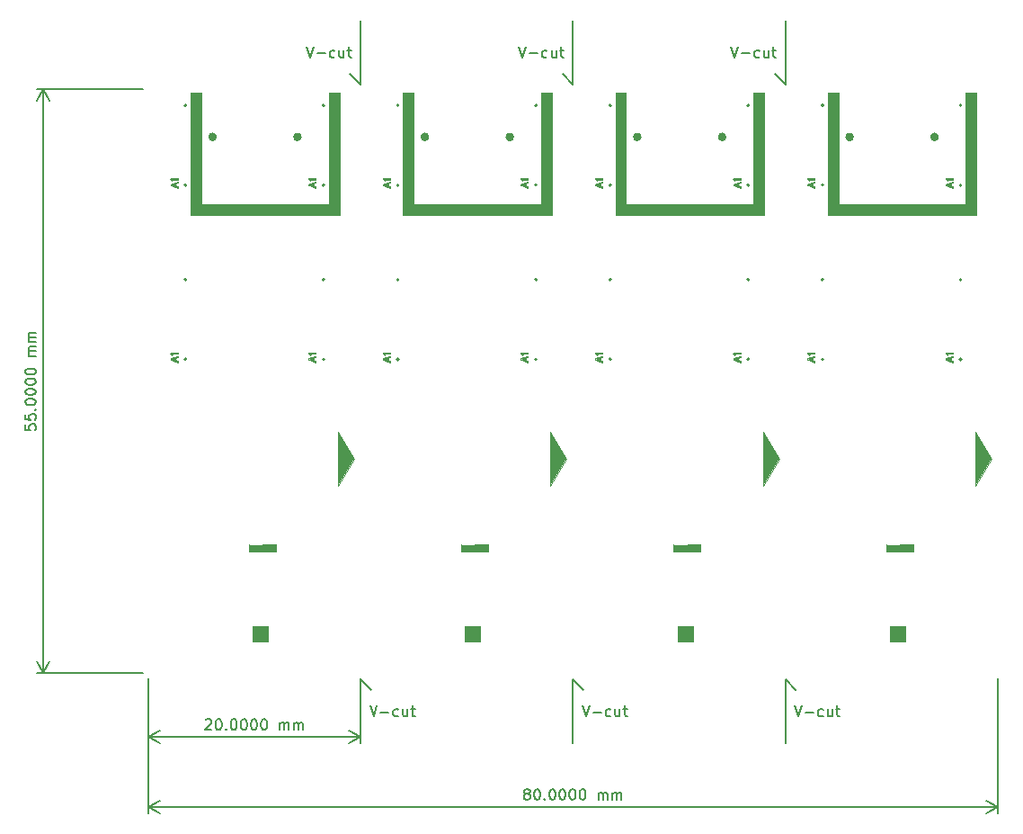
<source format=gbr>
%TF.GenerationSoftware,KiCad,Pcbnew,(6.0.7)*%
%TF.CreationDate,2023-08-28T04:04:33+08:00*%
%TF.ProjectId,USB_Hub_Panelization,5553425f-4875-4625-9f50-616e656c697a,rev?*%
%TF.SameCoordinates,Original*%
%TF.FileFunction,OtherDrawing,Comment*%
%FSLAX46Y46*%
G04 Gerber Fmt 4.6, Leading zero omitted, Abs format (unit mm)*
G04 Created by KiCad (PCBNEW (6.0.7)) date 2023-08-28 04:04:33*
%MOMM*%
%LPD*%
G01*
G04 APERTURE LIST*
%ADD10C,0.150000*%
%ADD11C,0.120000*%
%ADD12C,0.200000*%
%ADD13C,0.400000*%
G04 APERTURE END LIST*
D10*
X119880952Y-121452380D02*
X120214285Y-122452380D01*
X120547619Y-121452380D01*
X120880952Y-122071428D02*
X121642857Y-122071428D01*
X122547619Y-122404761D02*
X122452380Y-122452380D01*
X122261904Y-122452380D01*
X122166666Y-122404761D01*
X122119047Y-122357142D01*
X122071428Y-122261904D01*
X122071428Y-121976190D01*
X122119047Y-121880952D01*
X122166666Y-121833333D01*
X122261904Y-121785714D01*
X122452380Y-121785714D01*
X122547619Y-121833333D01*
X123404761Y-121785714D02*
X123404761Y-122452380D01*
X122976190Y-121785714D02*
X122976190Y-122309523D01*
X123023809Y-122404761D01*
X123119047Y-122452380D01*
X123261904Y-122452380D01*
X123357142Y-122404761D01*
X123404761Y-122357142D01*
X123738095Y-121785714D02*
X124119047Y-121785714D01*
X123880952Y-121452380D02*
X123880952Y-122309523D01*
X123928571Y-122404761D01*
X124023809Y-122452380D01*
X124119047Y-122452380D01*
X139880952Y-121452380D02*
X140214285Y-122452380D01*
X140547619Y-121452380D01*
X140880952Y-122071428D02*
X141642857Y-122071428D01*
X142547619Y-122404761D02*
X142452380Y-122452380D01*
X142261904Y-122452380D01*
X142166666Y-122404761D01*
X142119047Y-122357142D01*
X142071428Y-122261904D01*
X142071428Y-121976190D01*
X142119047Y-121880952D01*
X142166666Y-121833333D01*
X142261904Y-121785714D01*
X142452380Y-121785714D01*
X142547619Y-121833333D01*
X143404761Y-121785714D02*
X143404761Y-122452380D01*
X142976190Y-121785714D02*
X142976190Y-122309523D01*
X143023809Y-122404761D01*
X143119047Y-122452380D01*
X143261904Y-122452380D01*
X143357142Y-122404761D01*
X143404761Y-122357142D01*
X143738095Y-121785714D02*
X144119047Y-121785714D01*
X143880952Y-121452380D02*
X143880952Y-122309523D01*
X143928571Y-122404761D01*
X144023809Y-122452380D01*
X144119047Y-122452380D01*
X119000000Y-119000000D02*
X120000000Y-120000000D01*
X99000000Y-119000000D02*
X100000000Y-120000000D01*
X99000000Y-125000000D02*
X99000000Y-119000000D01*
X99880952Y-121452380D02*
X100214285Y-122452380D01*
X100547619Y-121452380D01*
X100880952Y-122071428D02*
X101642857Y-122071428D01*
X102547619Y-122404761D02*
X102452380Y-122452380D01*
X102261904Y-122452380D01*
X102166666Y-122404761D01*
X102119047Y-122357142D01*
X102071428Y-122261904D01*
X102071428Y-121976190D01*
X102119047Y-121880952D01*
X102166666Y-121833333D01*
X102261904Y-121785714D01*
X102452380Y-121785714D01*
X102547619Y-121833333D01*
X103404761Y-121785714D02*
X103404761Y-122452380D01*
X102976190Y-121785714D02*
X102976190Y-122309523D01*
X103023809Y-122404761D01*
X103119047Y-122452380D01*
X103261904Y-122452380D01*
X103357142Y-122404761D01*
X103404761Y-122357142D01*
X103738095Y-121785714D02*
X104119047Y-121785714D01*
X103880952Y-121452380D02*
X103880952Y-122309523D01*
X103928571Y-122404761D01*
X104023809Y-122452380D01*
X104119047Y-122452380D01*
X119000000Y-125000000D02*
X119000000Y-119000000D01*
X139000000Y-119000000D02*
X140000000Y-120000000D01*
X139000000Y-125000000D02*
X139000000Y-119000000D01*
X93880952Y-59452380D02*
X94214285Y-60452380D01*
X94547619Y-59452380D01*
X94880952Y-60071428D02*
X95642857Y-60071428D01*
X96547619Y-60404761D02*
X96452380Y-60452380D01*
X96261904Y-60452380D01*
X96166666Y-60404761D01*
X96119047Y-60357142D01*
X96071428Y-60261904D01*
X96071428Y-59976190D01*
X96119047Y-59880952D01*
X96166666Y-59833333D01*
X96261904Y-59785714D01*
X96452380Y-59785714D01*
X96547619Y-59833333D01*
X97404761Y-59785714D02*
X97404761Y-60452380D01*
X96976190Y-59785714D02*
X96976190Y-60309523D01*
X97023809Y-60404761D01*
X97119047Y-60452380D01*
X97261904Y-60452380D01*
X97357142Y-60404761D01*
X97404761Y-60357142D01*
X97738095Y-59785714D02*
X98119047Y-59785714D01*
X97880952Y-59452380D02*
X97880952Y-60309523D01*
X97928571Y-60404761D01*
X98023809Y-60452380D01*
X98119047Y-60452380D01*
X113880952Y-59452380D02*
X114214285Y-60452380D01*
X114547619Y-59452380D01*
X114880952Y-60071428D02*
X115642857Y-60071428D01*
X116547619Y-60404761D02*
X116452380Y-60452380D01*
X116261904Y-60452380D01*
X116166666Y-60404761D01*
X116119047Y-60357142D01*
X116071428Y-60261904D01*
X116071428Y-59976190D01*
X116119047Y-59880952D01*
X116166666Y-59833333D01*
X116261904Y-59785714D01*
X116452380Y-59785714D01*
X116547619Y-59833333D01*
X117404761Y-59785714D02*
X117404761Y-60452380D01*
X116976190Y-59785714D02*
X116976190Y-60309523D01*
X117023809Y-60404761D01*
X117119047Y-60452380D01*
X117261904Y-60452380D01*
X117357142Y-60404761D01*
X117404761Y-60357142D01*
X117738095Y-59785714D02*
X118119047Y-59785714D01*
X117880952Y-59452380D02*
X117880952Y-60309523D01*
X117928571Y-60404761D01*
X118023809Y-60452380D01*
X118119047Y-60452380D01*
X133880952Y-59452380D02*
X134214285Y-60452380D01*
X134547619Y-59452380D01*
X134880952Y-60071428D02*
X135642857Y-60071428D01*
X136547619Y-60404761D02*
X136452380Y-60452380D01*
X136261904Y-60452380D01*
X136166666Y-60404761D01*
X136119047Y-60357142D01*
X136071428Y-60261904D01*
X136071428Y-59976190D01*
X136119047Y-59880952D01*
X136166666Y-59833333D01*
X136261904Y-59785714D01*
X136452380Y-59785714D01*
X136547619Y-59833333D01*
X137404761Y-59785714D02*
X137404761Y-60452380D01*
X136976190Y-59785714D02*
X136976190Y-60309523D01*
X137023809Y-60404761D01*
X137119047Y-60452380D01*
X137261904Y-60452380D01*
X137357142Y-60404761D01*
X137404761Y-60357142D01*
X137738095Y-59785714D02*
X138119047Y-59785714D01*
X137880952Y-59452380D02*
X137880952Y-60309523D01*
X137928571Y-60404761D01*
X138023809Y-60452380D01*
X138119047Y-60452380D01*
X139000000Y-63000000D02*
X138000000Y-62000000D01*
X139000000Y-57000000D02*
X139000000Y-63000000D01*
X119000000Y-63000000D02*
X118000000Y-62000000D01*
X119000000Y-57000000D02*
X119000000Y-63000000D01*
X99000000Y-63000000D02*
X98000000Y-62000000D01*
X99000000Y-57000000D02*
X99000000Y-63000000D01*
X114570216Y-129730952D02*
X114474978Y-129683333D01*
X114427359Y-129635714D01*
X114379740Y-129540476D01*
X114379740Y-129492857D01*
X114427359Y-129397619D01*
X114474978Y-129350000D01*
X114570216Y-129302380D01*
X114760692Y-129302380D01*
X114855930Y-129350000D01*
X114903549Y-129397619D01*
X114951168Y-129492857D01*
X114951168Y-129540476D01*
X114903549Y-129635714D01*
X114855930Y-129683333D01*
X114760692Y-129730952D01*
X114570216Y-129730952D01*
X114474978Y-129778571D01*
X114427359Y-129826190D01*
X114379740Y-129921428D01*
X114379740Y-130111904D01*
X114427359Y-130207142D01*
X114474978Y-130254761D01*
X114570216Y-130302380D01*
X114760692Y-130302380D01*
X114855930Y-130254761D01*
X114903549Y-130207142D01*
X114951168Y-130111904D01*
X114951168Y-129921428D01*
X114903549Y-129826190D01*
X114855930Y-129778571D01*
X114760692Y-129730952D01*
X115570216Y-129302380D02*
X115665454Y-129302380D01*
X115760692Y-129350000D01*
X115808311Y-129397619D01*
X115855930Y-129492857D01*
X115903549Y-129683333D01*
X115903549Y-129921428D01*
X115855930Y-130111904D01*
X115808311Y-130207142D01*
X115760692Y-130254761D01*
X115665454Y-130302380D01*
X115570216Y-130302380D01*
X115474978Y-130254761D01*
X115427359Y-130207142D01*
X115379740Y-130111904D01*
X115332121Y-129921428D01*
X115332121Y-129683333D01*
X115379740Y-129492857D01*
X115427359Y-129397619D01*
X115474978Y-129350000D01*
X115570216Y-129302380D01*
X116332121Y-130207142D02*
X116379740Y-130254761D01*
X116332121Y-130302380D01*
X116284502Y-130254761D01*
X116332121Y-130207142D01*
X116332121Y-130302380D01*
X116998788Y-129302380D02*
X117094026Y-129302380D01*
X117189264Y-129350000D01*
X117236883Y-129397619D01*
X117284502Y-129492857D01*
X117332121Y-129683333D01*
X117332121Y-129921428D01*
X117284502Y-130111904D01*
X117236883Y-130207142D01*
X117189264Y-130254761D01*
X117094026Y-130302380D01*
X116998788Y-130302380D01*
X116903549Y-130254761D01*
X116855930Y-130207142D01*
X116808311Y-130111904D01*
X116760692Y-129921428D01*
X116760692Y-129683333D01*
X116808311Y-129492857D01*
X116855930Y-129397619D01*
X116903549Y-129350000D01*
X116998788Y-129302380D01*
X117951168Y-129302380D02*
X118046407Y-129302380D01*
X118141645Y-129350000D01*
X118189264Y-129397619D01*
X118236883Y-129492857D01*
X118284502Y-129683333D01*
X118284502Y-129921428D01*
X118236883Y-130111904D01*
X118189264Y-130207142D01*
X118141645Y-130254761D01*
X118046407Y-130302380D01*
X117951168Y-130302380D01*
X117855930Y-130254761D01*
X117808311Y-130207142D01*
X117760692Y-130111904D01*
X117713073Y-129921428D01*
X117713073Y-129683333D01*
X117760692Y-129492857D01*
X117808311Y-129397619D01*
X117855930Y-129350000D01*
X117951168Y-129302380D01*
X118903549Y-129302380D02*
X118998788Y-129302380D01*
X119094026Y-129350000D01*
X119141645Y-129397619D01*
X119189264Y-129492857D01*
X119236883Y-129683333D01*
X119236883Y-129921428D01*
X119189264Y-130111904D01*
X119141645Y-130207142D01*
X119094026Y-130254761D01*
X118998788Y-130302380D01*
X118903549Y-130302380D01*
X118808311Y-130254761D01*
X118760692Y-130207142D01*
X118713073Y-130111904D01*
X118665454Y-129921428D01*
X118665454Y-129683333D01*
X118713073Y-129492857D01*
X118760692Y-129397619D01*
X118808311Y-129350000D01*
X118903549Y-129302380D01*
X119855930Y-129302380D02*
X119951168Y-129302380D01*
X120046407Y-129350000D01*
X120094026Y-129397619D01*
X120141645Y-129492857D01*
X120189264Y-129683333D01*
X120189264Y-129921428D01*
X120141645Y-130111904D01*
X120094026Y-130207142D01*
X120046407Y-130254761D01*
X119951168Y-130302380D01*
X119855930Y-130302380D01*
X119760692Y-130254761D01*
X119713073Y-130207142D01*
X119665454Y-130111904D01*
X119617835Y-129921428D01*
X119617835Y-129683333D01*
X119665454Y-129492857D01*
X119713073Y-129397619D01*
X119760692Y-129350000D01*
X119855930Y-129302380D01*
X121379740Y-130302380D02*
X121379740Y-129635714D01*
X121379740Y-129730952D02*
X121427359Y-129683333D01*
X121522597Y-129635714D01*
X121665454Y-129635714D01*
X121760692Y-129683333D01*
X121808311Y-129778571D01*
X121808311Y-130302380D01*
X121808311Y-129778571D02*
X121855930Y-129683333D01*
X121951168Y-129635714D01*
X122094026Y-129635714D01*
X122189264Y-129683333D01*
X122236883Y-129778571D01*
X122236883Y-130302380D01*
X122713073Y-130302380D02*
X122713073Y-129635714D01*
X122713073Y-129730952D02*
X122760692Y-129683333D01*
X122855930Y-129635714D01*
X122998788Y-129635714D01*
X123094026Y-129683333D01*
X123141645Y-129778571D01*
X123141645Y-130302380D01*
X123141645Y-129778571D02*
X123189264Y-129683333D01*
X123284502Y-129635714D01*
X123427359Y-129635714D01*
X123522597Y-129683333D01*
X123570216Y-129778571D01*
X123570216Y-130302380D01*
X158998788Y-118912124D02*
X158998788Y-131586420D01*
X78998788Y-118912124D02*
X78998788Y-131586420D01*
X158998788Y-131000000D02*
X78998788Y-131000000D01*
X158998788Y-131000000D02*
X78998788Y-131000000D01*
X158998788Y-131000000D02*
X157872284Y-130413579D01*
X158998788Y-131000000D02*
X157872284Y-131586421D01*
X78998788Y-131000000D02*
X80125292Y-131586421D01*
X78998788Y-131000000D02*
X80125292Y-130413579D01*
X84379740Y-122809743D02*
X84427359Y-122762124D01*
X84522597Y-122714504D01*
X84760692Y-122714504D01*
X84855930Y-122762124D01*
X84903549Y-122809743D01*
X84951168Y-122904981D01*
X84951168Y-123000219D01*
X84903549Y-123143076D01*
X84332121Y-123714504D01*
X84951168Y-123714504D01*
X85570216Y-122714504D02*
X85665454Y-122714504D01*
X85760692Y-122762124D01*
X85808311Y-122809743D01*
X85855930Y-122904981D01*
X85903549Y-123095457D01*
X85903549Y-123333552D01*
X85855930Y-123524028D01*
X85808311Y-123619266D01*
X85760692Y-123666885D01*
X85665454Y-123714504D01*
X85570216Y-123714504D01*
X85474978Y-123666885D01*
X85427359Y-123619266D01*
X85379740Y-123524028D01*
X85332121Y-123333552D01*
X85332121Y-123095457D01*
X85379740Y-122904981D01*
X85427359Y-122809743D01*
X85474978Y-122762124D01*
X85570216Y-122714504D01*
X86332121Y-123619266D02*
X86379740Y-123666885D01*
X86332121Y-123714504D01*
X86284502Y-123666885D01*
X86332121Y-123619266D01*
X86332121Y-123714504D01*
X86998788Y-122714504D02*
X87094026Y-122714504D01*
X87189264Y-122762124D01*
X87236883Y-122809743D01*
X87284502Y-122904981D01*
X87332121Y-123095457D01*
X87332121Y-123333552D01*
X87284502Y-123524028D01*
X87236883Y-123619266D01*
X87189264Y-123666885D01*
X87094026Y-123714504D01*
X86998788Y-123714504D01*
X86903549Y-123666885D01*
X86855930Y-123619266D01*
X86808311Y-123524028D01*
X86760692Y-123333552D01*
X86760692Y-123095457D01*
X86808311Y-122904981D01*
X86855930Y-122809743D01*
X86903549Y-122762124D01*
X86998788Y-122714504D01*
X87951168Y-122714504D02*
X88046407Y-122714504D01*
X88141645Y-122762124D01*
X88189264Y-122809743D01*
X88236883Y-122904981D01*
X88284502Y-123095457D01*
X88284502Y-123333552D01*
X88236883Y-123524028D01*
X88189264Y-123619266D01*
X88141645Y-123666885D01*
X88046407Y-123714504D01*
X87951168Y-123714504D01*
X87855930Y-123666885D01*
X87808311Y-123619266D01*
X87760692Y-123524028D01*
X87713073Y-123333552D01*
X87713073Y-123095457D01*
X87760692Y-122904981D01*
X87808311Y-122809743D01*
X87855930Y-122762124D01*
X87951168Y-122714504D01*
X88903549Y-122714504D02*
X88998788Y-122714504D01*
X89094026Y-122762124D01*
X89141645Y-122809743D01*
X89189264Y-122904981D01*
X89236883Y-123095457D01*
X89236883Y-123333552D01*
X89189264Y-123524028D01*
X89141645Y-123619266D01*
X89094026Y-123666885D01*
X88998788Y-123714504D01*
X88903549Y-123714504D01*
X88808311Y-123666885D01*
X88760692Y-123619266D01*
X88713073Y-123524028D01*
X88665454Y-123333552D01*
X88665454Y-123095457D01*
X88713073Y-122904981D01*
X88760692Y-122809743D01*
X88808311Y-122762124D01*
X88903549Y-122714504D01*
X89855930Y-122714504D02*
X89951168Y-122714504D01*
X90046407Y-122762124D01*
X90094026Y-122809743D01*
X90141645Y-122904981D01*
X90189264Y-123095457D01*
X90189264Y-123333552D01*
X90141645Y-123524028D01*
X90094026Y-123619266D01*
X90046407Y-123666885D01*
X89951168Y-123714504D01*
X89855930Y-123714504D01*
X89760692Y-123666885D01*
X89713073Y-123619266D01*
X89665454Y-123524028D01*
X89617835Y-123333552D01*
X89617835Y-123095457D01*
X89665454Y-122904981D01*
X89713073Y-122809743D01*
X89760692Y-122762124D01*
X89855930Y-122714504D01*
X91379740Y-123714504D02*
X91379740Y-123047838D01*
X91379740Y-123143076D02*
X91427359Y-123095457D01*
X91522597Y-123047838D01*
X91665454Y-123047838D01*
X91760692Y-123095457D01*
X91808311Y-123190695D01*
X91808311Y-123714504D01*
X91808311Y-123190695D02*
X91855930Y-123095457D01*
X91951168Y-123047838D01*
X92094026Y-123047838D01*
X92189264Y-123095457D01*
X92236883Y-123190695D01*
X92236883Y-123714504D01*
X92713073Y-123714504D02*
X92713073Y-123047838D01*
X92713073Y-123143076D02*
X92760692Y-123095457D01*
X92855930Y-123047838D01*
X92998788Y-123047838D01*
X93094026Y-123095457D01*
X93141645Y-123190695D01*
X93141645Y-123714504D01*
X93141645Y-123190695D02*
X93189264Y-123095457D01*
X93284502Y-123047838D01*
X93427359Y-123047838D01*
X93522597Y-123095457D01*
X93570216Y-123190695D01*
X93570216Y-123714504D01*
X98998788Y-118912124D02*
X98998788Y-124998544D01*
X78998788Y-118912124D02*
X78998788Y-124998544D01*
X98998788Y-124412124D02*
X78998788Y-124412124D01*
X98998788Y-124412124D02*
X78998788Y-124412124D01*
X98998788Y-124412124D02*
X97872284Y-123825703D01*
X98998788Y-124412124D02*
X97872284Y-124998545D01*
X78998788Y-124412124D02*
X80125292Y-124998545D01*
X78998788Y-124412124D02*
X80125292Y-123825703D01*
X67401168Y-95007362D02*
X67401168Y-95483552D01*
X67877359Y-95531171D01*
X67829740Y-95483552D01*
X67782121Y-95388314D01*
X67782121Y-95150219D01*
X67829740Y-95054981D01*
X67877359Y-95007362D01*
X67972597Y-94959743D01*
X68210692Y-94959743D01*
X68305930Y-95007362D01*
X68353549Y-95054981D01*
X68401168Y-95150219D01*
X68401168Y-95388314D01*
X68353549Y-95483552D01*
X68305930Y-95531171D01*
X67401168Y-94054981D02*
X67401168Y-94531171D01*
X67877359Y-94578790D01*
X67829740Y-94531171D01*
X67782121Y-94435933D01*
X67782121Y-94197838D01*
X67829740Y-94102600D01*
X67877359Y-94054981D01*
X67972597Y-94007362D01*
X68210692Y-94007362D01*
X68305930Y-94054981D01*
X68353549Y-94102600D01*
X68401168Y-94197838D01*
X68401168Y-94435933D01*
X68353549Y-94531171D01*
X68305930Y-94578790D01*
X68305930Y-93578790D02*
X68353549Y-93531171D01*
X68401168Y-93578790D01*
X68353549Y-93626409D01*
X68305930Y-93578790D01*
X68401168Y-93578790D01*
X67401168Y-92912124D02*
X67401168Y-92816885D01*
X67448788Y-92721647D01*
X67496407Y-92674028D01*
X67591645Y-92626409D01*
X67782121Y-92578790D01*
X68020216Y-92578790D01*
X68210692Y-92626409D01*
X68305930Y-92674028D01*
X68353549Y-92721647D01*
X68401168Y-92816885D01*
X68401168Y-92912124D01*
X68353549Y-93007362D01*
X68305930Y-93054981D01*
X68210692Y-93102600D01*
X68020216Y-93150219D01*
X67782121Y-93150219D01*
X67591645Y-93102600D01*
X67496407Y-93054981D01*
X67448788Y-93007362D01*
X67401168Y-92912124D01*
X67401168Y-91959743D02*
X67401168Y-91864504D01*
X67448788Y-91769266D01*
X67496407Y-91721647D01*
X67591645Y-91674028D01*
X67782121Y-91626409D01*
X68020216Y-91626409D01*
X68210692Y-91674028D01*
X68305930Y-91721647D01*
X68353549Y-91769266D01*
X68401168Y-91864504D01*
X68401168Y-91959743D01*
X68353549Y-92054981D01*
X68305930Y-92102600D01*
X68210692Y-92150219D01*
X68020216Y-92197838D01*
X67782121Y-92197838D01*
X67591645Y-92150219D01*
X67496407Y-92102600D01*
X67448788Y-92054981D01*
X67401168Y-91959743D01*
X67401168Y-91007362D02*
X67401168Y-90912124D01*
X67448788Y-90816885D01*
X67496407Y-90769266D01*
X67591645Y-90721647D01*
X67782121Y-90674028D01*
X68020216Y-90674028D01*
X68210692Y-90721647D01*
X68305930Y-90769266D01*
X68353549Y-90816885D01*
X68401168Y-90912124D01*
X68401168Y-91007362D01*
X68353549Y-91102600D01*
X68305930Y-91150219D01*
X68210692Y-91197838D01*
X68020216Y-91245457D01*
X67782121Y-91245457D01*
X67591645Y-91197838D01*
X67496407Y-91150219D01*
X67448788Y-91102600D01*
X67401168Y-91007362D01*
X67401168Y-90054981D02*
X67401168Y-89959743D01*
X67448788Y-89864504D01*
X67496407Y-89816885D01*
X67591645Y-89769266D01*
X67782121Y-89721647D01*
X68020216Y-89721647D01*
X68210692Y-89769266D01*
X68305930Y-89816885D01*
X68353549Y-89864504D01*
X68401168Y-89959743D01*
X68401168Y-90054981D01*
X68353549Y-90150219D01*
X68305930Y-90197838D01*
X68210692Y-90245457D01*
X68020216Y-90293076D01*
X67782121Y-90293076D01*
X67591645Y-90245457D01*
X67496407Y-90197838D01*
X67448788Y-90150219D01*
X67401168Y-90054981D01*
X68401168Y-88531171D02*
X67734502Y-88531171D01*
X67829740Y-88531171D02*
X67782121Y-88483552D01*
X67734502Y-88388314D01*
X67734502Y-88245457D01*
X67782121Y-88150219D01*
X67877359Y-88102600D01*
X68401168Y-88102600D01*
X67877359Y-88102600D02*
X67782121Y-88054981D01*
X67734502Y-87959743D01*
X67734502Y-87816885D01*
X67782121Y-87721647D01*
X67877359Y-87674028D01*
X68401168Y-87674028D01*
X68401168Y-87197838D02*
X67734502Y-87197838D01*
X67829740Y-87197838D02*
X67782121Y-87150219D01*
X67734502Y-87054981D01*
X67734502Y-86912124D01*
X67782121Y-86816885D01*
X67877359Y-86769266D01*
X68401168Y-86769266D01*
X67877359Y-86769266D02*
X67782121Y-86721647D01*
X67734502Y-86626409D01*
X67734502Y-86483552D01*
X67782121Y-86388314D01*
X67877359Y-86340695D01*
X68401168Y-86340695D01*
X78498788Y-118412124D02*
X68512368Y-118412124D01*
X78498788Y-63412124D02*
X68512368Y-63412124D01*
X69098788Y-118412124D02*
X69098788Y-63412124D01*
X69098788Y-118412124D02*
X69098788Y-63412124D01*
X69098788Y-118412124D02*
X69685209Y-117285620D01*
X69098788Y-118412124D02*
X68512367Y-117285620D01*
X69098788Y-63412124D02*
X68512367Y-64538628D01*
X69098788Y-63412124D02*
X69685209Y-64538628D01*
%TO.C,DC1*%
G36*
X151023788Y-106972124D02*
G01*
X148473788Y-106972124D01*
X148483788Y-106302124D01*
X148493788Y-106312124D01*
X151023788Y-106292124D01*
X151023788Y-106972124D01*
G37*
D11*
X151023788Y-106972124D02*
X148473788Y-106972124D01*
X148483788Y-106302124D01*
X148493788Y-106312124D01*
X151023788Y-106292124D01*
X151023788Y-106972124D01*
G36*
X150278788Y-115387124D02*
G01*
X148828788Y-115387124D01*
X148828788Y-113937124D01*
X150278788Y-113937124D01*
X150278788Y-115387124D01*
G37*
X150278788Y-115387124D02*
X148828788Y-115387124D01*
X148828788Y-113937124D01*
X150278788Y-113937124D01*
X150278788Y-115387124D01*
%TO.C,P1*%
G36*
X141755788Y-71831124D02*
G01*
X141757788Y-71942124D01*
X141238788Y-71946124D01*
X141302788Y-72016124D01*
X141241788Y-72077124D01*
X141235788Y-72081124D01*
X141232788Y-72082124D01*
X141229788Y-72082124D01*
X141075788Y-71913124D01*
X141077788Y-71820124D01*
X141755788Y-71831124D01*
G37*
X141755788Y-71831124D02*
X141757788Y-71942124D01*
X141238788Y-71946124D01*
X141302788Y-72016124D01*
X141241788Y-72077124D01*
X141235788Y-72081124D01*
X141232788Y-72082124D01*
X141229788Y-72082124D01*
X141075788Y-71913124D01*
X141077788Y-71820124D01*
X141755788Y-71831124D01*
G36*
X141765788Y-72244124D02*
G01*
X141079788Y-72487124D01*
X141079788Y-72489124D01*
X141078788Y-72381124D01*
X141764788Y-72131124D01*
X141765788Y-72244124D01*
G37*
X141765788Y-72244124D02*
X141079788Y-72487124D01*
X141079788Y-72489124D01*
X141078788Y-72381124D01*
X141764788Y-72131124D01*
X141765788Y-72244124D01*
G36*
X141577788Y-72523124D02*
G01*
X141448788Y-72471124D01*
X141449788Y-72358124D01*
X141581788Y-72311124D01*
X141577788Y-72523124D01*
G37*
X141577788Y-72523124D02*
X141448788Y-72471124D01*
X141449788Y-72358124D01*
X141581788Y-72311124D01*
X141577788Y-72523124D01*
G36*
X141763788Y-72601124D02*
G01*
X141761788Y-72725124D01*
X141116788Y-72475124D01*
X141293788Y-72414124D01*
X141763788Y-72601124D01*
G37*
X141763788Y-72601124D02*
X141761788Y-72725124D01*
X141116788Y-72475124D01*
X141293788Y-72414124D01*
X141763788Y-72601124D01*
D12*
X142598788Y-72462124D02*
G75*
G03*
X142598788Y-72462124I-100000J0D01*
G01*
X142598788Y-64962124D02*
G75*
G03*
X142598788Y-64962124I-100000J0D01*
G01*
%TO.C,J2*%
G36*
X158410288Y-98212124D02*
G01*
X156886288Y-100752124D01*
X156886288Y-95672124D01*
X158410288Y-98212124D01*
G37*
D11*
X158410288Y-98212124D02*
X156886288Y-100752124D01*
X156886288Y-95672124D01*
X158410288Y-98212124D01*
%TO.C,P5*%
G36*
X154765788Y-72244124D02*
G01*
X154079788Y-72487124D01*
X154079788Y-72489124D01*
X154078788Y-72381124D01*
X154764788Y-72131124D01*
X154765788Y-72244124D01*
G37*
X154765788Y-72244124D02*
X154079788Y-72487124D01*
X154079788Y-72489124D01*
X154078788Y-72381124D01*
X154764788Y-72131124D01*
X154765788Y-72244124D01*
G36*
X154755788Y-71831124D02*
G01*
X154757788Y-71942124D01*
X154238788Y-71946124D01*
X154302788Y-72016124D01*
X154241788Y-72077124D01*
X154235788Y-72081124D01*
X154232788Y-72082124D01*
X154229788Y-72082124D01*
X154075788Y-71913124D01*
X154077788Y-71820124D01*
X154755788Y-71831124D01*
G37*
X154755788Y-71831124D02*
X154757788Y-71942124D01*
X154238788Y-71946124D01*
X154302788Y-72016124D01*
X154241788Y-72077124D01*
X154235788Y-72081124D01*
X154232788Y-72082124D01*
X154229788Y-72082124D01*
X154075788Y-71913124D01*
X154077788Y-71820124D01*
X154755788Y-71831124D01*
G36*
X154577788Y-72523124D02*
G01*
X154448788Y-72471124D01*
X154449788Y-72358124D01*
X154581788Y-72311124D01*
X154577788Y-72523124D01*
G37*
X154577788Y-72523124D02*
X154448788Y-72471124D01*
X154449788Y-72358124D01*
X154581788Y-72311124D01*
X154577788Y-72523124D01*
G36*
X154763788Y-72601124D02*
G01*
X154761788Y-72725124D01*
X154116788Y-72475124D01*
X154293788Y-72414124D01*
X154763788Y-72601124D01*
G37*
X154763788Y-72601124D02*
X154761788Y-72725124D01*
X154116788Y-72475124D01*
X154293788Y-72414124D01*
X154763788Y-72601124D01*
D12*
X155598788Y-72462124D02*
G75*
G03*
X155598788Y-72462124I-100000J0D01*
G01*
X155598788Y-64962124D02*
G75*
G03*
X155598788Y-64962124I-100000J0D01*
G01*
%TO.C,P3*%
G36*
X141763788Y-89001124D02*
G01*
X141761788Y-89125124D01*
X141116788Y-88875124D01*
X141293788Y-88814124D01*
X141763788Y-89001124D01*
G37*
D11*
X141763788Y-89001124D02*
X141761788Y-89125124D01*
X141116788Y-88875124D01*
X141293788Y-88814124D01*
X141763788Y-89001124D01*
G36*
X141765788Y-88644124D02*
G01*
X141079788Y-88887124D01*
X141079788Y-88889124D01*
X141078788Y-88781124D01*
X141764788Y-88531124D01*
X141765788Y-88644124D01*
G37*
X141765788Y-88644124D02*
X141079788Y-88887124D01*
X141079788Y-88889124D01*
X141078788Y-88781124D01*
X141764788Y-88531124D01*
X141765788Y-88644124D01*
G36*
X141755788Y-88231124D02*
G01*
X141757788Y-88342124D01*
X141238788Y-88346124D01*
X141302788Y-88416124D01*
X141241788Y-88477124D01*
X141235788Y-88481124D01*
X141232788Y-88482124D01*
X141229788Y-88482124D01*
X141075788Y-88313124D01*
X141077788Y-88220124D01*
X141755788Y-88231124D01*
G37*
X141755788Y-88231124D02*
X141757788Y-88342124D01*
X141238788Y-88346124D01*
X141302788Y-88416124D01*
X141241788Y-88477124D01*
X141235788Y-88481124D01*
X141232788Y-88482124D01*
X141229788Y-88482124D01*
X141075788Y-88313124D01*
X141077788Y-88220124D01*
X141755788Y-88231124D01*
G36*
X141577788Y-88923124D02*
G01*
X141448788Y-88871124D01*
X141449788Y-88758124D01*
X141581788Y-88711124D01*
X141577788Y-88923124D01*
G37*
X141577788Y-88923124D02*
X141448788Y-88871124D01*
X141449788Y-88758124D01*
X141581788Y-88711124D01*
X141577788Y-88923124D01*
D12*
X142598788Y-88862124D02*
G75*
G03*
X142598788Y-88862124I-100000J0D01*
G01*
X142598788Y-81362124D02*
G75*
G03*
X142598788Y-81362124I-100000J0D01*
G01*
%TO.C,P4*%
G36*
X154765788Y-88644124D02*
G01*
X154079788Y-88887124D01*
X154079788Y-88889124D01*
X154078788Y-88781124D01*
X154764788Y-88531124D01*
X154765788Y-88644124D01*
G37*
D11*
X154765788Y-88644124D02*
X154079788Y-88887124D01*
X154079788Y-88889124D01*
X154078788Y-88781124D01*
X154764788Y-88531124D01*
X154765788Y-88644124D01*
G36*
X154755788Y-88231124D02*
G01*
X154757788Y-88342124D01*
X154238788Y-88346124D01*
X154302788Y-88416124D01*
X154241788Y-88477124D01*
X154235788Y-88481124D01*
X154232788Y-88482124D01*
X154229788Y-88482124D01*
X154075788Y-88313124D01*
X154077788Y-88220124D01*
X154755788Y-88231124D01*
G37*
X154755788Y-88231124D02*
X154757788Y-88342124D01*
X154238788Y-88346124D01*
X154302788Y-88416124D01*
X154241788Y-88477124D01*
X154235788Y-88481124D01*
X154232788Y-88482124D01*
X154229788Y-88482124D01*
X154075788Y-88313124D01*
X154077788Y-88220124D01*
X154755788Y-88231124D01*
G36*
X154763788Y-89001124D02*
G01*
X154761788Y-89125124D01*
X154116788Y-88875124D01*
X154293788Y-88814124D01*
X154763788Y-89001124D01*
G37*
X154763788Y-89001124D02*
X154761788Y-89125124D01*
X154116788Y-88875124D01*
X154293788Y-88814124D01*
X154763788Y-89001124D01*
G36*
X154577788Y-88923124D02*
G01*
X154448788Y-88871124D01*
X154449788Y-88758124D01*
X154581788Y-88711124D01*
X154577788Y-88923124D01*
G37*
X154577788Y-88923124D02*
X154448788Y-88871124D01*
X154449788Y-88758124D01*
X154581788Y-88711124D01*
X154577788Y-88923124D01*
D12*
X155598788Y-88862124D02*
G75*
G03*
X155598788Y-88862124I-100000J0D01*
G01*
X155598788Y-81362124D02*
G75*
G03*
X155598788Y-81362124I-100000J0D01*
G01*
%TO.C,Card1*%
G36*
X155998788Y-75246124D02*
G01*
X143998788Y-75246124D01*
X143998788Y-74246124D01*
X155998788Y-74246124D01*
X155998788Y-75246124D01*
G37*
D11*
X155998788Y-75246124D02*
X143998788Y-75246124D01*
X143998788Y-74246124D01*
X155998788Y-74246124D01*
X155998788Y-75246124D01*
G36*
X143998788Y-75246124D02*
G01*
X142998788Y-75246124D01*
X142998788Y-63746124D01*
X143998788Y-63746124D01*
X143998788Y-75246124D01*
G37*
X143998788Y-75246124D02*
X142998788Y-75246124D01*
X142998788Y-63746124D01*
X143998788Y-63746124D01*
X143998788Y-75246124D01*
G36*
X156998788Y-75246124D02*
G01*
X155998788Y-75246124D01*
X155998788Y-63746124D01*
X156998788Y-63746124D01*
X156998788Y-75246124D01*
G37*
X156998788Y-75246124D02*
X155998788Y-75246124D01*
X155998788Y-63746124D01*
X156998788Y-63746124D01*
X156998788Y-75246124D01*
D13*
X145248788Y-67934124D02*
G75*
G03*
X145248788Y-67934124I-200000J0D01*
G01*
X153248788Y-67937124D02*
G75*
G03*
X153248788Y-67937124I-200000J0D01*
G01*
%TO.C,P1*%
G36*
X121755788Y-71831124D02*
G01*
X121757788Y-71942124D01*
X121238788Y-71946124D01*
X121302788Y-72016124D01*
X121241788Y-72077124D01*
X121235788Y-72081124D01*
X121232788Y-72082124D01*
X121229788Y-72082124D01*
X121075788Y-71913124D01*
X121077788Y-71820124D01*
X121755788Y-71831124D01*
G37*
D11*
X121755788Y-71831124D02*
X121757788Y-71942124D01*
X121238788Y-71946124D01*
X121302788Y-72016124D01*
X121241788Y-72077124D01*
X121235788Y-72081124D01*
X121232788Y-72082124D01*
X121229788Y-72082124D01*
X121075788Y-71913124D01*
X121077788Y-71820124D01*
X121755788Y-71831124D01*
G36*
X121765788Y-72244124D02*
G01*
X121079788Y-72487124D01*
X121079788Y-72489124D01*
X121078788Y-72381124D01*
X121764788Y-72131124D01*
X121765788Y-72244124D01*
G37*
X121765788Y-72244124D02*
X121079788Y-72487124D01*
X121079788Y-72489124D01*
X121078788Y-72381124D01*
X121764788Y-72131124D01*
X121765788Y-72244124D01*
G36*
X121577788Y-72523124D02*
G01*
X121448788Y-72471124D01*
X121449788Y-72358124D01*
X121581788Y-72311124D01*
X121577788Y-72523124D01*
G37*
X121577788Y-72523124D02*
X121448788Y-72471124D01*
X121449788Y-72358124D01*
X121581788Y-72311124D01*
X121577788Y-72523124D01*
G36*
X121763788Y-72601124D02*
G01*
X121761788Y-72725124D01*
X121116788Y-72475124D01*
X121293788Y-72414124D01*
X121763788Y-72601124D01*
G37*
X121763788Y-72601124D02*
X121761788Y-72725124D01*
X121116788Y-72475124D01*
X121293788Y-72414124D01*
X121763788Y-72601124D01*
D12*
X122598788Y-72462124D02*
G75*
G03*
X122598788Y-72462124I-100000J0D01*
G01*
X122598788Y-64962124D02*
G75*
G03*
X122598788Y-64962124I-100000J0D01*
G01*
%TO.C,DC1*%
G36*
X131023788Y-106972124D02*
G01*
X128473788Y-106972124D01*
X128483788Y-106302124D01*
X128493788Y-106312124D01*
X131023788Y-106292124D01*
X131023788Y-106972124D01*
G37*
D11*
X131023788Y-106972124D02*
X128473788Y-106972124D01*
X128483788Y-106302124D01*
X128493788Y-106312124D01*
X131023788Y-106292124D01*
X131023788Y-106972124D01*
G36*
X130278788Y-115387124D02*
G01*
X128828788Y-115387124D01*
X128828788Y-113937124D01*
X130278788Y-113937124D01*
X130278788Y-115387124D01*
G37*
X130278788Y-115387124D02*
X128828788Y-115387124D01*
X128828788Y-113937124D01*
X130278788Y-113937124D01*
X130278788Y-115387124D01*
%TO.C,Card1*%
G36*
X135998788Y-75246124D02*
G01*
X123998788Y-75246124D01*
X123998788Y-74246124D01*
X135998788Y-74246124D01*
X135998788Y-75246124D01*
G37*
X135998788Y-75246124D02*
X123998788Y-75246124D01*
X123998788Y-74246124D01*
X135998788Y-74246124D01*
X135998788Y-75246124D01*
G36*
X123998788Y-75246124D02*
G01*
X122998788Y-75246124D01*
X122998788Y-63746124D01*
X123998788Y-63746124D01*
X123998788Y-75246124D01*
G37*
X123998788Y-75246124D02*
X122998788Y-75246124D01*
X122998788Y-63746124D01*
X123998788Y-63746124D01*
X123998788Y-75246124D01*
G36*
X136998788Y-75246124D02*
G01*
X135998788Y-75246124D01*
X135998788Y-63746124D01*
X136998788Y-63746124D01*
X136998788Y-75246124D01*
G37*
X136998788Y-75246124D02*
X135998788Y-75246124D01*
X135998788Y-63746124D01*
X136998788Y-63746124D01*
X136998788Y-75246124D01*
D13*
X125248788Y-67934124D02*
G75*
G03*
X125248788Y-67934124I-200000J0D01*
G01*
X133248788Y-67937124D02*
G75*
G03*
X133248788Y-67937124I-200000J0D01*
G01*
%TO.C,P3*%
G36*
X121763788Y-89001124D02*
G01*
X121761788Y-89125124D01*
X121116788Y-88875124D01*
X121293788Y-88814124D01*
X121763788Y-89001124D01*
G37*
D11*
X121763788Y-89001124D02*
X121761788Y-89125124D01*
X121116788Y-88875124D01*
X121293788Y-88814124D01*
X121763788Y-89001124D01*
G36*
X121765788Y-88644124D02*
G01*
X121079788Y-88887124D01*
X121079788Y-88889124D01*
X121078788Y-88781124D01*
X121764788Y-88531124D01*
X121765788Y-88644124D01*
G37*
X121765788Y-88644124D02*
X121079788Y-88887124D01*
X121079788Y-88889124D01*
X121078788Y-88781124D01*
X121764788Y-88531124D01*
X121765788Y-88644124D01*
G36*
X121755788Y-88231124D02*
G01*
X121757788Y-88342124D01*
X121238788Y-88346124D01*
X121302788Y-88416124D01*
X121241788Y-88477124D01*
X121235788Y-88481124D01*
X121232788Y-88482124D01*
X121229788Y-88482124D01*
X121075788Y-88313124D01*
X121077788Y-88220124D01*
X121755788Y-88231124D01*
G37*
X121755788Y-88231124D02*
X121757788Y-88342124D01*
X121238788Y-88346124D01*
X121302788Y-88416124D01*
X121241788Y-88477124D01*
X121235788Y-88481124D01*
X121232788Y-88482124D01*
X121229788Y-88482124D01*
X121075788Y-88313124D01*
X121077788Y-88220124D01*
X121755788Y-88231124D01*
G36*
X121577788Y-88923124D02*
G01*
X121448788Y-88871124D01*
X121449788Y-88758124D01*
X121581788Y-88711124D01*
X121577788Y-88923124D01*
G37*
X121577788Y-88923124D02*
X121448788Y-88871124D01*
X121449788Y-88758124D01*
X121581788Y-88711124D01*
X121577788Y-88923124D01*
D12*
X122598788Y-88862124D02*
G75*
G03*
X122598788Y-88862124I-100000J0D01*
G01*
X122598788Y-81362124D02*
G75*
G03*
X122598788Y-81362124I-100000J0D01*
G01*
%TO.C,P4*%
G36*
X134765788Y-88644124D02*
G01*
X134079788Y-88887124D01*
X134079788Y-88889124D01*
X134078788Y-88781124D01*
X134764788Y-88531124D01*
X134765788Y-88644124D01*
G37*
D11*
X134765788Y-88644124D02*
X134079788Y-88887124D01*
X134079788Y-88889124D01*
X134078788Y-88781124D01*
X134764788Y-88531124D01*
X134765788Y-88644124D01*
G36*
X134755788Y-88231124D02*
G01*
X134757788Y-88342124D01*
X134238788Y-88346124D01*
X134302788Y-88416124D01*
X134241788Y-88477124D01*
X134235788Y-88481124D01*
X134232788Y-88482124D01*
X134229788Y-88482124D01*
X134075788Y-88313124D01*
X134077788Y-88220124D01*
X134755788Y-88231124D01*
G37*
X134755788Y-88231124D02*
X134757788Y-88342124D01*
X134238788Y-88346124D01*
X134302788Y-88416124D01*
X134241788Y-88477124D01*
X134235788Y-88481124D01*
X134232788Y-88482124D01*
X134229788Y-88482124D01*
X134075788Y-88313124D01*
X134077788Y-88220124D01*
X134755788Y-88231124D01*
G36*
X134763788Y-89001124D02*
G01*
X134761788Y-89125124D01*
X134116788Y-88875124D01*
X134293788Y-88814124D01*
X134763788Y-89001124D01*
G37*
X134763788Y-89001124D02*
X134761788Y-89125124D01*
X134116788Y-88875124D01*
X134293788Y-88814124D01*
X134763788Y-89001124D01*
G36*
X134577788Y-88923124D02*
G01*
X134448788Y-88871124D01*
X134449788Y-88758124D01*
X134581788Y-88711124D01*
X134577788Y-88923124D01*
G37*
X134577788Y-88923124D02*
X134448788Y-88871124D01*
X134449788Y-88758124D01*
X134581788Y-88711124D01*
X134577788Y-88923124D01*
D12*
X135598788Y-88862124D02*
G75*
G03*
X135598788Y-88862124I-100000J0D01*
G01*
X135598788Y-81362124D02*
G75*
G03*
X135598788Y-81362124I-100000J0D01*
G01*
%TO.C,P5*%
G36*
X134765788Y-72244124D02*
G01*
X134079788Y-72487124D01*
X134079788Y-72489124D01*
X134078788Y-72381124D01*
X134764788Y-72131124D01*
X134765788Y-72244124D01*
G37*
D11*
X134765788Y-72244124D02*
X134079788Y-72487124D01*
X134079788Y-72489124D01*
X134078788Y-72381124D01*
X134764788Y-72131124D01*
X134765788Y-72244124D01*
G36*
X134755788Y-71831124D02*
G01*
X134757788Y-71942124D01*
X134238788Y-71946124D01*
X134302788Y-72016124D01*
X134241788Y-72077124D01*
X134235788Y-72081124D01*
X134232788Y-72082124D01*
X134229788Y-72082124D01*
X134075788Y-71913124D01*
X134077788Y-71820124D01*
X134755788Y-71831124D01*
G37*
X134755788Y-71831124D02*
X134757788Y-71942124D01*
X134238788Y-71946124D01*
X134302788Y-72016124D01*
X134241788Y-72077124D01*
X134235788Y-72081124D01*
X134232788Y-72082124D01*
X134229788Y-72082124D01*
X134075788Y-71913124D01*
X134077788Y-71820124D01*
X134755788Y-71831124D01*
G36*
X134577788Y-72523124D02*
G01*
X134448788Y-72471124D01*
X134449788Y-72358124D01*
X134581788Y-72311124D01*
X134577788Y-72523124D01*
G37*
X134577788Y-72523124D02*
X134448788Y-72471124D01*
X134449788Y-72358124D01*
X134581788Y-72311124D01*
X134577788Y-72523124D01*
G36*
X134763788Y-72601124D02*
G01*
X134761788Y-72725124D01*
X134116788Y-72475124D01*
X134293788Y-72414124D01*
X134763788Y-72601124D01*
G37*
X134763788Y-72601124D02*
X134761788Y-72725124D01*
X134116788Y-72475124D01*
X134293788Y-72414124D01*
X134763788Y-72601124D01*
D12*
X135598788Y-72462124D02*
G75*
G03*
X135598788Y-72462124I-100000J0D01*
G01*
X135598788Y-64962124D02*
G75*
G03*
X135598788Y-64962124I-100000J0D01*
G01*
%TO.C,J2*%
G36*
X138410288Y-98212124D02*
G01*
X136886288Y-100752124D01*
X136886288Y-95672124D01*
X138410288Y-98212124D01*
G37*
D11*
X138410288Y-98212124D02*
X136886288Y-100752124D01*
X136886288Y-95672124D01*
X138410288Y-98212124D01*
%TO.C,DC1*%
G36*
X111023788Y-106972124D02*
G01*
X108473788Y-106972124D01*
X108483788Y-106302124D01*
X108493788Y-106312124D01*
X111023788Y-106292124D01*
X111023788Y-106972124D01*
G37*
X111023788Y-106972124D02*
X108473788Y-106972124D01*
X108483788Y-106302124D01*
X108493788Y-106312124D01*
X111023788Y-106292124D01*
X111023788Y-106972124D01*
G36*
X110278788Y-115387124D02*
G01*
X108828788Y-115387124D01*
X108828788Y-113937124D01*
X110278788Y-113937124D01*
X110278788Y-115387124D01*
G37*
X110278788Y-115387124D02*
X108828788Y-115387124D01*
X108828788Y-113937124D01*
X110278788Y-113937124D01*
X110278788Y-115387124D01*
%TO.C,P1*%
G36*
X101755788Y-71831124D02*
G01*
X101757788Y-71942124D01*
X101238788Y-71946124D01*
X101302788Y-72016124D01*
X101241788Y-72077124D01*
X101235788Y-72081124D01*
X101232788Y-72082124D01*
X101229788Y-72082124D01*
X101075788Y-71913124D01*
X101077788Y-71820124D01*
X101755788Y-71831124D01*
G37*
X101755788Y-71831124D02*
X101757788Y-71942124D01*
X101238788Y-71946124D01*
X101302788Y-72016124D01*
X101241788Y-72077124D01*
X101235788Y-72081124D01*
X101232788Y-72082124D01*
X101229788Y-72082124D01*
X101075788Y-71913124D01*
X101077788Y-71820124D01*
X101755788Y-71831124D01*
G36*
X101765788Y-72244124D02*
G01*
X101079788Y-72487124D01*
X101079788Y-72489124D01*
X101078788Y-72381124D01*
X101764788Y-72131124D01*
X101765788Y-72244124D01*
G37*
X101765788Y-72244124D02*
X101079788Y-72487124D01*
X101079788Y-72489124D01*
X101078788Y-72381124D01*
X101764788Y-72131124D01*
X101765788Y-72244124D01*
G36*
X101577788Y-72523124D02*
G01*
X101448788Y-72471124D01*
X101449788Y-72358124D01*
X101581788Y-72311124D01*
X101577788Y-72523124D01*
G37*
X101577788Y-72523124D02*
X101448788Y-72471124D01*
X101449788Y-72358124D01*
X101581788Y-72311124D01*
X101577788Y-72523124D01*
G36*
X101763788Y-72601124D02*
G01*
X101761788Y-72725124D01*
X101116788Y-72475124D01*
X101293788Y-72414124D01*
X101763788Y-72601124D01*
G37*
X101763788Y-72601124D02*
X101761788Y-72725124D01*
X101116788Y-72475124D01*
X101293788Y-72414124D01*
X101763788Y-72601124D01*
D12*
X102598788Y-72462124D02*
G75*
G03*
X102598788Y-72462124I-100000J0D01*
G01*
X102598788Y-64962124D02*
G75*
G03*
X102598788Y-64962124I-100000J0D01*
G01*
%TO.C,J2*%
G36*
X118410288Y-98212124D02*
G01*
X116886288Y-100752124D01*
X116886288Y-95672124D01*
X118410288Y-98212124D01*
G37*
D11*
X118410288Y-98212124D02*
X116886288Y-100752124D01*
X116886288Y-95672124D01*
X118410288Y-98212124D01*
%TO.C,P5*%
G36*
X114765788Y-72244124D02*
G01*
X114079788Y-72487124D01*
X114079788Y-72489124D01*
X114078788Y-72381124D01*
X114764788Y-72131124D01*
X114765788Y-72244124D01*
G37*
X114765788Y-72244124D02*
X114079788Y-72487124D01*
X114079788Y-72489124D01*
X114078788Y-72381124D01*
X114764788Y-72131124D01*
X114765788Y-72244124D01*
G36*
X114755788Y-71831124D02*
G01*
X114757788Y-71942124D01*
X114238788Y-71946124D01*
X114302788Y-72016124D01*
X114241788Y-72077124D01*
X114235788Y-72081124D01*
X114232788Y-72082124D01*
X114229788Y-72082124D01*
X114075788Y-71913124D01*
X114077788Y-71820124D01*
X114755788Y-71831124D01*
G37*
X114755788Y-71831124D02*
X114757788Y-71942124D01*
X114238788Y-71946124D01*
X114302788Y-72016124D01*
X114241788Y-72077124D01*
X114235788Y-72081124D01*
X114232788Y-72082124D01*
X114229788Y-72082124D01*
X114075788Y-71913124D01*
X114077788Y-71820124D01*
X114755788Y-71831124D01*
G36*
X114577788Y-72523124D02*
G01*
X114448788Y-72471124D01*
X114449788Y-72358124D01*
X114581788Y-72311124D01*
X114577788Y-72523124D01*
G37*
X114577788Y-72523124D02*
X114448788Y-72471124D01*
X114449788Y-72358124D01*
X114581788Y-72311124D01*
X114577788Y-72523124D01*
G36*
X114763788Y-72601124D02*
G01*
X114761788Y-72725124D01*
X114116788Y-72475124D01*
X114293788Y-72414124D01*
X114763788Y-72601124D01*
G37*
X114763788Y-72601124D02*
X114761788Y-72725124D01*
X114116788Y-72475124D01*
X114293788Y-72414124D01*
X114763788Y-72601124D01*
D12*
X115598788Y-72462124D02*
G75*
G03*
X115598788Y-72462124I-100000J0D01*
G01*
X115598788Y-64962124D02*
G75*
G03*
X115598788Y-64962124I-100000J0D01*
G01*
%TO.C,Card1*%
G36*
X115998788Y-75246124D02*
G01*
X103998788Y-75246124D01*
X103998788Y-74246124D01*
X115998788Y-74246124D01*
X115998788Y-75246124D01*
G37*
D11*
X115998788Y-75246124D02*
X103998788Y-75246124D01*
X103998788Y-74246124D01*
X115998788Y-74246124D01*
X115998788Y-75246124D01*
G36*
X103998788Y-75246124D02*
G01*
X102998788Y-75246124D01*
X102998788Y-63746124D01*
X103998788Y-63746124D01*
X103998788Y-75246124D01*
G37*
X103998788Y-75246124D02*
X102998788Y-75246124D01*
X102998788Y-63746124D01*
X103998788Y-63746124D01*
X103998788Y-75246124D01*
G36*
X116998788Y-75246124D02*
G01*
X115998788Y-75246124D01*
X115998788Y-63746124D01*
X116998788Y-63746124D01*
X116998788Y-75246124D01*
G37*
X116998788Y-75246124D02*
X115998788Y-75246124D01*
X115998788Y-63746124D01*
X116998788Y-63746124D01*
X116998788Y-75246124D01*
D13*
X105248788Y-67934124D02*
G75*
G03*
X105248788Y-67934124I-200000J0D01*
G01*
X113248788Y-67937124D02*
G75*
G03*
X113248788Y-67937124I-200000J0D01*
G01*
%TO.C,P3*%
G36*
X101763788Y-89001124D02*
G01*
X101761788Y-89125124D01*
X101116788Y-88875124D01*
X101293788Y-88814124D01*
X101763788Y-89001124D01*
G37*
D11*
X101763788Y-89001124D02*
X101761788Y-89125124D01*
X101116788Y-88875124D01*
X101293788Y-88814124D01*
X101763788Y-89001124D01*
G36*
X101765788Y-88644124D02*
G01*
X101079788Y-88887124D01*
X101079788Y-88889124D01*
X101078788Y-88781124D01*
X101764788Y-88531124D01*
X101765788Y-88644124D01*
G37*
X101765788Y-88644124D02*
X101079788Y-88887124D01*
X101079788Y-88889124D01*
X101078788Y-88781124D01*
X101764788Y-88531124D01*
X101765788Y-88644124D01*
G36*
X101755788Y-88231124D02*
G01*
X101757788Y-88342124D01*
X101238788Y-88346124D01*
X101302788Y-88416124D01*
X101241788Y-88477124D01*
X101235788Y-88481124D01*
X101232788Y-88482124D01*
X101229788Y-88482124D01*
X101075788Y-88313124D01*
X101077788Y-88220124D01*
X101755788Y-88231124D01*
G37*
X101755788Y-88231124D02*
X101757788Y-88342124D01*
X101238788Y-88346124D01*
X101302788Y-88416124D01*
X101241788Y-88477124D01*
X101235788Y-88481124D01*
X101232788Y-88482124D01*
X101229788Y-88482124D01*
X101075788Y-88313124D01*
X101077788Y-88220124D01*
X101755788Y-88231124D01*
G36*
X101577788Y-88923124D02*
G01*
X101448788Y-88871124D01*
X101449788Y-88758124D01*
X101581788Y-88711124D01*
X101577788Y-88923124D01*
G37*
X101577788Y-88923124D02*
X101448788Y-88871124D01*
X101449788Y-88758124D01*
X101581788Y-88711124D01*
X101577788Y-88923124D01*
D12*
X102598788Y-88862124D02*
G75*
G03*
X102598788Y-88862124I-100000J0D01*
G01*
X102598788Y-81362124D02*
G75*
G03*
X102598788Y-81362124I-100000J0D01*
G01*
%TO.C,P4*%
G36*
X114765788Y-88644124D02*
G01*
X114079788Y-88887124D01*
X114079788Y-88889124D01*
X114078788Y-88781124D01*
X114764788Y-88531124D01*
X114765788Y-88644124D01*
G37*
D11*
X114765788Y-88644124D02*
X114079788Y-88887124D01*
X114079788Y-88889124D01*
X114078788Y-88781124D01*
X114764788Y-88531124D01*
X114765788Y-88644124D01*
G36*
X114755788Y-88231124D02*
G01*
X114757788Y-88342124D01*
X114238788Y-88346124D01*
X114302788Y-88416124D01*
X114241788Y-88477124D01*
X114235788Y-88481124D01*
X114232788Y-88482124D01*
X114229788Y-88482124D01*
X114075788Y-88313124D01*
X114077788Y-88220124D01*
X114755788Y-88231124D01*
G37*
X114755788Y-88231124D02*
X114757788Y-88342124D01*
X114238788Y-88346124D01*
X114302788Y-88416124D01*
X114241788Y-88477124D01*
X114235788Y-88481124D01*
X114232788Y-88482124D01*
X114229788Y-88482124D01*
X114075788Y-88313124D01*
X114077788Y-88220124D01*
X114755788Y-88231124D01*
G36*
X114763788Y-89001124D02*
G01*
X114761788Y-89125124D01*
X114116788Y-88875124D01*
X114293788Y-88814124D01*
X114763788Y-89001124D01*
G37*
X114763788Y-89001124D02*
X114761788Y-89125124D01*
X114116788Y-88875124D01*
X114293788Y-88814124D01*
X114763788Y-89001124D01*
G36*
X114577788Y-88923124D02*
G01*
X114448788Y-88871124D01*
X114449788Y-88758124D01*
X114581788Y-88711124D01*
X114577788Y-88923124D01*
G37*
X114577788Y-88923124D02*
X114448788Y-88871124D01*
X114449788Y-88758124D01*
X114581788Y-88711124D01*
X114577788Y-88923124D01*
D12*
X115598788Y-88862124D02*
G75*
G03*
X115598788Y-88862124I-100000J0D01*
G01*
X115598788Y-81362124D02*
G75*
G03*
X115598788Y-81362124I-100000J0D01*
G01*
%TO.C,P5*%
G36*
X94765788Y-72244124D02*
G01*
X94079788Y-72487124D01*
X94079788Y-72489124D01*
X94078788Y-72381124D01*
X94764788Y-72131124D01*
X94765788Y-72244124D01*
G37*
D11*
X94765788Y-72244124D02*
X94079788Y-72487124D01*
X94079788Y-72489124D01*
X94078788Y-72381124D01*
X94764788Y-72131124D01*
X94765788Y-72244124D01*
G36*
X94755788Y-71831124D02*
G01*
X94757788Y-71942124D01*
X94238788Y-71946124D01*
X94302788Y-72016124D01*
X94241788Y-72077124D01*
X94235788Y-72081124D01*
X94232788Y-72082124D01*
X94229788Y-72082124D01*
X94075788Y-71913124D01*
X94077788Y-71820124D01*
X94755788Y-71831124D01*
G37*
X94755788Y-71831124D02*
X94757788Y-71942124D01*
X94238788Y-71946124D01*
X94302788Y-72016124D01*
X94241788Y-72077124D01*
X94235788Y-72081124D01*
X94232788Y-72082124D01*
X94229788Y-72082124D01*
X94075788Y-71913124D01*
X94077788Y-71820124D01*
X94755788Y-71831124D01*
G36*
X94577788Y-72523124D02*
G01*
X94448788Y-72471124D01*
X94449788Y-72358124D01*
X94581788Y-72311124D01*
X94577788Y-72523124D01*
G37*
X94577788Y-72523124D02*
X94448788Y-72471124D01*
X94449788Y-72358124D01*
X94581788Y-72311124D01*
X94577788Y-72523124D01*
G36*
X94763788Y-72601124D02*
G01*
X94761788Y-72725124D01*
X94116788Y-72475124D01*
X94293788Y-72414124D01*
X94763788Y-72601124D01*
G37*
X94763788Y-72601124D02*
X94761788Y-72725124D01*
X94116788Y-72475124D01*
X94293788Y-72414124D01*
X94763788Y-72601124D01*
D12*
X95598788Y-72462124D02*
G75*
G03*
X95598788Y-72462124I-100000J0D01*
G01*
X95598788Y-64962124D02*
G75*
G03*
X95598788Y-64962124I-100000J0D01*
G01*
%TO.C,J2*%
G36*
X98410288Y-98212124D02*
G01*
X96886288Y-100752124D01*
X96886288Y-95672124D01*
X98410288Y-98212124D01*
G37*
D11*
X98410288Y-98212124D02*
X96886288Y-100752124D01*
X96886288Y-95672124D01*
X98410288Y-98212124D01*
%TO.C,P4*%
G36*
X94765788Y-88644124D02*
G01*
X94079788Y-88887124D01*
X94079788Y-88889124D01*
X94078788Y-88781124D01*
X94764788Y-88531124D01*
X94765788Y-88644124D01*
G37*
X94765788Y-88644124D02*
X94079788Y-88887124D01*
X94079788Y-88889124D01*
X94078788Y-88781124D01*
X94764788Y-88531124D01*
X94765788Y-88644124D01*
G36*
X94755788Y-88231124D02*
G01*
X94757788Y-88342124D01*
X94238788Y-88346124D01*
X94302788Y-88416124D01*
X94241788Y-88477124D01*
X94235788Y-88481124D01*
X94232788Y-88482124D01*
X94229788Y-88482124D01*
X94075788Y-88313124D01*
X94077788Y-88220124D01*
X94755788Y-88231124D01*
G37*
X94755788Y-88231124D02*
X94757788Y-88342124D01*
X94238788Y-88346124D01*
X94302788Y-88416124D01*
X94241788Y-88477124D01*
X94235788Y-88481124D01*
X94232788Y-88482124D01*
X94229788Y-88482124D01*
X94075788Y-88313124D01*
X94077788Y-88220124D01*
X94755788Y-88231124D01*
G36*
X94763788Y-89001124D02*
G01*
X94761788Y-89125124D01*
X94116788Y-88875124D01*
X94293788Y-88814124D01*
X94763788Y-89001124D01*
G37*
X94763788Y-89001124D02*
X94761788Y-89125124D01*
X94116788Y-88875124D01*
X94293788Y-88814124D01*
X94763788Y-89001124D01*
G36*
X94577788Y-88923124D02*
G01*
X94448788Y-88871124D01*
X94449788Y-88758124D01*
X94581788Y-88711124D01*
X94577788Y-88923124D01*
G37*
X94577788Y-88923124D02*
X94448788Y-88871124D01*
X94449788Y-88758124D01*
X94581788Y-88711124D01*
X94577788Y-88923124D01*
D12*
X95598788Y-88862124D02*
G75*
G03*
X95598788Y-88862124I-100000J0D01*
G01*
X95598788Y-81362124D02*
G75*
G03*
X95598788Y-81362124I-100000J0D01*
G01*
%TO.C,P3*%
G36*
X81763788Y-89001124D02*
G01*
X81761788Y-89125124D01*
X81116788Y-88875124D01*
X81293788Y-88814124D01*
X81763788Y-89001124D01*
G37*
D11*
X81763788Y-89001124D02*
X81761788Y-89125124D01*
X81116788Y-88875124D01*
X81293788Y-88814124D01*
X81763788Y-89001124D01*
G36*
X81765788Y-88644124D02*
G01*
X81079788Y-88887124D01*
X81079788Y-88889124D01*
X81078788Y-88781124D01*
X81764788Y-88531124D01*
X81765788Y-88644124D01*
G37*
X81765788Y-88644124D02*
X81079788Y-88887124D01*
X81079788Y-88889124D01*
X81078788Y-88781124D01*
X81764788Y-88531124D01*
X81765788Y-88644124D01*
G36*
X81755788Y-88231124D02*
G01*
X81757788Y-88342124D01*
X81238788Y-88346124D01*
X81302788Y-88416124D01*
X81241788Y-88477124D01*
X81235788Y-88481124D01*
X81232788Y-88482124D01*
X81229788Y-88482124D01*
X81075788Y-88313124D01*
X81077788Y-88220124D01*
X81755788Y-88231124D01*
G37*
X81755788Y-88231124D02*
X81757788Y-88342124D01*
X81238788Y-88346124D01*
X81302788Y-88416124D01*
X81241788Y-88477124D01*
X81235788Y-88481124D01*
X81232788Y-88482124D01*
X81229788Y-88482124D01*
X81075788Y-88313124D01*
X81077788Y-88220124D01*
X81755788Y-88231124D01*
G36*
X81577788Y-88923124D02*
G01*
X81448788Y-88871124D01*
X81449788Y-88758124D01*
X81581788Y-88711124D01*
X81577788Y-88923124D01*
G37*
X81577788Y-88923124D02*
X81448788Y-88871124D01*
X81449788Y-88758124D01*
X81581788Y-88711124D01*
X81577788Y-88923124D01*
D12*
X82598788Y-88862124D02*
G75*
G03*
X82598788Y-88862124I-100000J0D01*
G01*
X82598788Y-81362124D02*
G75*
G03*
X82598788Y-81362124I-100000J0D01*
G01*
%TO.C,DC1*%
G36*
X91023788Y-106972124D02*
G01*
X88473788Y-106972124D01*
X88483788Y-106302124D01*
X88493788Y-106312124D01*
X91023788Y-106292124D01*
X91023788Y-106972124D01*
G37*
D11*
X91023788Y-106972124D02*
X88473788Y-106972124D01*
X88483788Y-106302124D01*
X88493788Y-106312124D01*
X91023788Y-106292124D01*
X91023788Y-106972124D01*
G36*
X90278788Y-115387124D02*
G01*
X88828788Y-115387124D01*
X88828788Y-113937124D01*
X90278788Y-113937124D01*
X90278788Y-115387124D01*
G37*
X90278788Y-115387124D02*
X88828788Y-115387124D01*
X88828788Y-113937124D01*
X90278788Y-113937124D01*
X90278788Y-115387124D01*
%TO.C,P1*%
G36*
X81755788Y-71831124D02*
G01*
X81757788Y-71942124D01*
X81238788Y-71946124D01*
X81302788Y-72016124D01*
X81241788Y-72077124D01*
X81235788Y-72081124D01*
X81232788Y-72082124D01*
X81229788Y-72082124D01*
X81075788Y-71913124D01*
X81077788Y-71820124D01*
X81755788Y-71831124D01*
G37*
X81755788Y-71831124D02*
X81757788Y-71942124D01*
X81238788Y-71946124D01*
X81302788Y-72016124D01*
X81241788Y-72077124D01*
X81235788Y-72081124D01*
X81232788Y-72082124D01*
X81229788Y-72082124D01*
X81075788Y-71913124D01*
X81077788Y-71820124D01*
X81755788Y-71831124D01*
G36*
X81765788Y-72244124D02*
G01*
X81079788Y-72487124D01*
X81079788Y-72489124D01*
X81078788Y-72381124D01*
X81764788Y-72131124D01*
X81765788Y-72244124D01*
G37*
X81765788Y-72244124D02*
X81079788Y-72487124D01*
X81079788Y-72489124D01*
X81078788Y-72381124D01*
X81764788Y-72131124D01*
X81765788Y-72244124D01*
G36*
X81577788Y-72523124D02*
G01*
X81448788Y-72471124D01*
X81449788Y-72358124D01*
X81581788Y-72311124D01*
X81577788Y-72523124D01*
G37*
X81577788Y-72523124D02*
X81448788Y-72471124D01*
X81449788Y-72358124D01*
X81581788Y-72311124D01*
X81577788Y-72523124D01*
G36*
X81763788Y-72601124D02*
G01*
X81761788Y-72725124D01*
X81116788Y-72475124D01*
X81293788Y-72414124D01*
X81763788Y-72601124D01*
G37*
X81763788Y-72601124D02*
X81761788Y-72725124D01*
X81116788Y-72475124D01*
X81293788Y-72414124D01*
X81763788Y-72601124D01*
D12*
X82598788Y-72462124D02*
G75*
G03*
X82598788Y-72462124I-100000J0D01*
G01*
X82598788Y-64962124D02*
G75*
G03*
X82598788Y-64962124I-100000J0D01*
G01*
%TO.C,Card1*%
G36*
X95998788Y-75246124D02*
G01*
X83998788Y-75246124D01*
X83998788Y-74246124D01*
X95998788Y-74246124D01*
X95998788Y-75246124D01*
G37*
D11*
X95998788Y-75246124D02*
X83998788Y-75246124D01*
X83998788Y-74246124D01*
X95998788Y-74246124D01*
X95998788Y-75246124D01*
G36*
X83998788Y-75246124D02*
G01*
X82998788Y-75246124D01*
X82998788Y-63746124D01*
X83998788Y-63746124D01*
X83998788Y-75246124D01*
G37*
X83998788Y-75246124D02*
X82998788Y-75246124D01*
X82998788Y-63746124D01*
X83998788Y-63746124D01*
X83998788Y-75246124D01*
G36*
X96998788Y-75246124D02*
G01*
X95998788Y-75246124D01*
X95998788Y-63746124D01*
X96998788Y-63746124D01*
X96998788Y-75246124D01*
G37*
X96998788Y-75246124D02*
X95998788Y-75246124D01*
X95998788Y-63746124D01*
X96998788Y-63746124D01*
X96998788Y-75246124D01*
D13*
X85248788Y-67934124D02*
G75*
G03*
X85248788Y-67934124I-200000J0D01*
G01*
X93248788Y-67937124D02*
G75*
G03*
X93248788Y-67937124I-200000J0D01*
G01*
%TD*%
M02*

</source>
